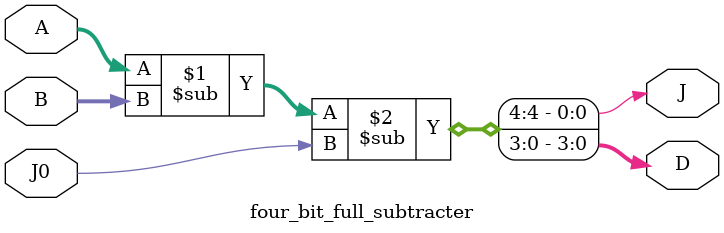
<source format=v>

module half_subtracter(
    input  A,
    input  B,

    output D,
    output J
);

    assign {D, J} = {A^B, ~A&B};

endmodule

module full_subtracter(
    input  A ,
    input  B ,
    input  J0,

    output D ,
    output J
);

    assign {J, D} = A - B -J0;

endmodule

module four_bit_full_subtracter(
    input  [3:0] A ,
    input  [3:0] B ,
    input        J0,

    output [3:0] D ,
    output       J
);

    assign {J, D} = A - B - J0;

endmodule

</source>
